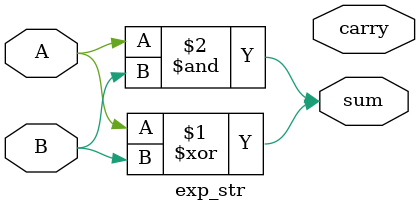
<source format=v>


module exp_str(sum, carry, A, B);
input A, B; output sum, carry;
xor g1(sum, A, B);
and g2(sum, A, B);
endmodule
</source>
